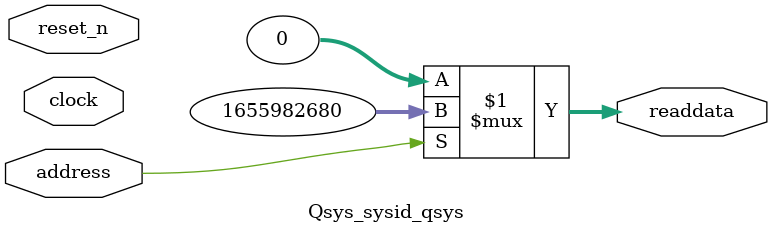
<source format=v>



// synthesis translate_off
`timescale 1ns / 1ps
// synthesis translate_on

// turn off superfluous verilog processor warnings 
// altera message_level Level1 
// altera message_off 10034 10035 10036 10037 10230 10240 10030 

module Qsys_sysid_qsys (
               // inputs:
                address,
                clock,
                reset_n,

               // outputs:
                readdata
             )
;

  output  [ 31: 0] readdata;
  input            address;
  input            clock;
  input            reset_n;

  wire    [ 31: 0] readdata;
  //control_slave, which is an e_avalon_slave
  assign readdata = address ? 1655982680 : 0;

endmodule



</source>
